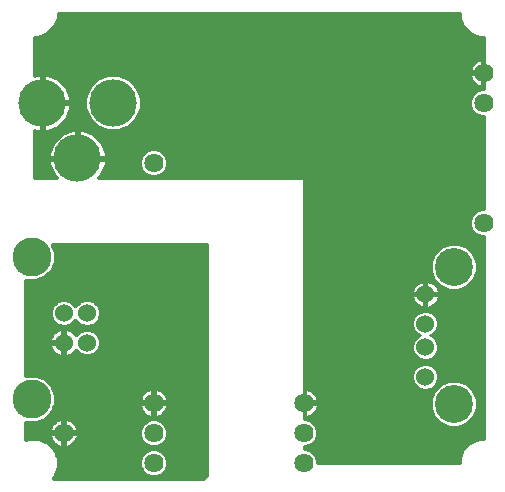
<source format=gbl>
G75*
G70*
%OFA0B0*%
%FSLAX24Y24*%
%IPPOS*%
%LPD*%
%AMOC8*
5,1,8,0,0,1.08239X$1,22.5*
%
%ADD10C,0.0600*%
%ADD11C,0.1300*%
%ADD12C,0.1266*%
%ADD13C,0.0640*%
%ADD14C,0.1580*%
%ADD15C,0.0100*%
%ADD16R,0.0436X0.0436*%
%ADD17C,0.0160*%
%ADD18C,0.0436*%
D10*
X005054Y005240D03*
X005834Y005240D03*
X005834Y006224D03*
X005054Y006224D03*
X017109Y005876D03*
X017109Y005088D03*
X017109Y004104D03*
X017109Y006860D03*
D11*
X003984Y008102D03*
X003984Y003362D03*
D12*
X018054Y003198D03*
X018054Y007765D03*
D13*
X019054Y009232D03*
X019054Y013232D03*
X019054Y014232D03*
X008054Y011232D03*
X008054Y003232D03*
X008054Y002232D03*
X008054Y001232D03*
X005054Y002232D03*
X013054Y002232D03*
X013054Y001232D03*
X013054Y003232D03*
D14*
X005516Y011381D03*
X004335Y013232D03*
X006698Y013232D03*
D15*
X007533Y012845D02*
X018811Y012845D01*
X018799Y012850D02*
X018964Y012782D01*
X019054Y012782D01*
X019054Y009682D01*
X018964Y009682D01*
X018799Y009613D01*
X018672Y009487D01*
X018604Y009321D01*
X018604Y009142D01*
X018672Y008977D01*
X018799Y008850D01*
X018964Y008782D01*
X019054Y008782D01*
X019054Y002032D01*
X018895Y002032D01*
X018601Y001910D01*
X018376Y001685D01*
X018254Y001391D01*
X018254Y001232D01*
X013504Y001232D01*
X013504Y001321D01*
X013435Y001487D01*
X013309Y001613D01*
X013143Y001682D01*
X013054Y001682D01*
X013054Y001782D01*
X013143Y001782D01*
X013309Y001850D01*
X013435Y001977D01*
X013504Y002142D01*
X013504Y002321D01*
X013435Y002487D01*
X013309Y002613D01*
X013143Y002682D01*
X013054Y002682D01*
X013054Y003182D01*
X013104Y003182D01*
X013104Y003282D01*
X013054Y003282D01*
X013054Y010732D01*
X006196Y010732D01*
X006313Y010849D01*
X006456Y011194D01*
X006456Y011331D01*
X005567Y011331D01*
X005567Y011431D01*
X006456Y011431D01*
X006456Y011568D01*
X006313Y011914D01*
X006049Y012178D01*
X005703Y012321D01*
X005566Y012321D01*
X005566Y011432D01*
X005466Y011432D01*
X005466Y012321D01*
X005329Y012321D01*
X004984Y012178D01*
X004720Y011914D01*
X004576Y011568D01*
X004576Y011431D01*
X005466Y011431D01*
X005466Y011331D01*
X004576Y011331D01*
X004576Y011194D01*
X004720Y010849D01*
X004837Y010732D01*
X004054Y010732D01*
X004054Y012331D01*
X004148Y012292D01*
X004285Y012292D01*
X004285Y013182D01*
X004385Y013182D01*
X004385Y012292D01*
X004522Y012292D01*
X004868Y012435D01*
X005132Y012699D01*
X005275Y013045D01*
X005275Y013182D01*
X004386Y013182D01*
X004386Y013282D01*
X005275Y013282D01*
X005275Y013419D01*
X005132Y013764D01*
X004868Y014029D01*
X004522Y014172D01*
X004385Y014172D01*
X004385Y013282D01*
X004285Y013282D01*
X004285Y014172D01*
X004148Y014172D01*
X004054Y014133D01*
X004054Y015432D01*
X004213Y015432D01*
X004507Y015554D01*
X004732Y015779D01*
X004854Y016073D01*
X004854Y016232D01*
X018254Y016232D01*
X018254Y016073D01*
X018376Y015779D01*
X018601Y015554D01*
X018895Y015432D01*
X019054Y015432D01*
X019054Y014282D01*
X019004Y014282D01*
X019004Y014702D01*
X018960Y014702D01*
X018788Y014630D01*
X018655Y014498D01*
X018584Y014325D01*
X018584Y014282D01*
X019004Y014282D01*
X019004Y014182D01*
X018584Y014182D01*
X018584Y014138D01*
X018655Y013966D01*
X018788Y013833D01*
X018960Y013762D01*
X019004Y013762D01*
X019004Y014182D01*
X019054Y014182D01*
X019054Y013682D01*
X018964Y013682D01*
X018799Y013613D01*
X018672Y013487D01*
X018604Y013321D01*
X018604Y013142D01*
X018672Y012977D01*
X018799Y012850D01*
X018705Y012944D02*
X007574Y012944D01*
X007615Y013042D02*
X018645Y013042D01*
X018604Y013141D02*
X007618Y013141D01*
X007618Y013049D02*
X007477Y012711D01*
X007219Y012452D01*
X006881Y012312D01*
X006515Y012312D01*
X006176Y012452D01*
X005918Y012711D01*
X005778Y013049D01*
X005778Y013415D01*
X005918Y013753D01*
X006176Y014012D01*
X006515Y014152D01*
X006881Y014152D01*
X007219Y014012D01*
X007477Y013753D01*
X007618Y013415D01*
X007618Y013049D01*
X007618Y013240D02*
X018604Y013240D01*
X018611Y013338D02*
X007618Y013338D01*
X007609Y013437D02*
X018652Y013437D01*
X018721Y013535D02*
X007568Y013535D01*
X007527Y013634D02*
X018848Y013634D01*
X018794Y013831D02*
X007400Y013831D01*
X007486Y013732D02*
X019054Y013732D01*
X019054Y013831D02*
X019004Y013831D01*
X019004Y013929D02*
X019054Y013929D01*
X019054Y014028D02*
X019004Y014028D01*
X019004Y014126D02*
X019054Y014126D01*
X019004Y014225D02*
X004054Y014225D01*
X004054Y014324D02*
X018584Y014324D01*
X018624Y014422D02*
X004054Y014422D01*
X004054Y014521D02*
X018678Y014521D01*
X018776Y014619D02*
X004054Y014619D01*
X004054Y014718D02*
X019054Y014718D01*
X019054Y014816D02*
X004054Y014816D01*
X004054Y014915D02*
X019054Y014915D01*
X019054Y015013D02*
X004054Y015013D01*
X004054Y015112D02*
X019054Y015112D01*
X019054Y015210D02*
X004054Y015210D01*
X004054Y015309D02*
X019054Y015309D01*
X019054Y015407D02*
X004054Y015407D01*
X004392Y015506D02*
X018715Y015506D01*
X018550Y015605D02*
X004558Y015605D01*
X004657Y015703D02*
X018451Y015703D01*
X018366Y015802D02*
X004742Y015802D01*
X004782Y015900D02*
X018325Y015900D01*
X018284Y015999D02*
X004823Y015999D01*
X004854Y016097D02*
X018254Y016097D01*
X018254Y016196D02*
X004854Y016196D01*
X004632Y014126D02*
X006453Y014126D01*
X006215Y014028D02*
X004869Y014028D01*
X004967Y013929D02*
X006094Y013929D01*
X005995Y013831D02*
X005066Y013831D01*
X005145Y013732D02*
X005909Y013732D01*
X005868Y013634D02*
X005186Y013634D01*
X005227Y013535D02*
X005827Y013535D01*
X005787Y013437D02*
X005268Y013437D01*
X005275Y013338D02*
X005778Y013338D01*
X005778Y013240D02*
X004386Y013240D01*
X004385Y013338D02*
X004285Y013338D01*
X004285Y013437D02*
X004385Y013437D01*
X004385Y013535D02*
X004285Y013535D01*
X004285Y013634D02*
X004385Y013634D01*
X004385Y013732D02*
X004285Y013732D01*
X004285Y013831D02*
X004385Y013831D01*
X004385Y013929D02*
X004285Y013929D01*
X004285Y014028D02*
X004385Y014028D01*
X004385Y014126D02*
X004285Y014126D01*
X004285Y013141D02*
X004385Y013141D01*
X004385Y013042D02*
X004285Y013042D01*
X004285Y012944D02*
X004385Y012944D01*
X004385Y012845D02*
X004285Y012845D01*
X004285Y012747D02*
X004385Y012747D01*
X004385Y012648D02*
X004285Y012648D01*
X004285Y012550D02*
X004385Y012550D01*
X004385Y012451D02*
X004285Y012451D01*
X004285Y012353D02*
X004385Y012353D01*
X004669Y012353D02*
X006416Y012353D01*
X006178Y012451D02*
X004884Y012451D01*
X004983Y012550D02*
X006079Y012550D01*
X005980Y012648D02*
X005081Y012648D01*
X005152Y012747D02*
X005903Y012747D01*
X005862Y012845D02*
X005193Y012845D01*
X005234Y012944D02*
X005821Y012944D01*
X005780Y013042D02*
X005274Y013042D01*
X005275Y013141D02*
X005778Y013141D01*
X005866Y012254D02*
X019054Y012254D01*
X019054Y012156D02*
X006072Y012156D01*
X006170Y012057D02*
X019054Y012057D01*
X019054Y011958D02*
X006269Y011958D01*
X006336Y011860D02*
X019054Y011860D01*
X019054Y011761D02*
X006376Y011761D01*
X006417Y011663D02*
X007919Y011663D01*
X007964Y011682D02*
X007799Y011613D01*
X007672Y011487D01*
X007604Y011321D01*
X007604Y011142D01*
X007672Y010977D01*
X007799Y010850D01*
X007964Y010782D01*
X008143Y010782D01*
X008309Y010850D01*
X008435Y010977D01*
X008504Y011142D01*
X008504Y011321D01*
X008435Y011487D01*
X008309Y011613D01*
X008143Y011682D01*
X007964Y011682D01*
X008189Y011663D02*
X019054Y011663D01*
X019054Y011564D02*
X008358Y011564D01*
X008444Y011466D02*
X019054Y011466D01*
X019054Y011367D02*
X008485Y011367D01*
X008504Y011269D02*
X019054Y011269D01*
X019054Y011170D02*
X008504Y011170D01*
X008475Y011072D02*
X019054Y011072D01*
X019054Y010973D02*
X008431Y010973D01*
X008333Y010874D02*
X019054Y010874D01*
X019054Y010776D02*
X006240Y010776D01*
X006324Y010874D02*
X007775Y010874D01*
X007676Y010973D02*
X006365Y010973D01*
X006406Y011072D02*
X007633Y011072D01*
X007604Y011170D02*
X006446Y011170D01*
X006456Y011269D02*
X007604Y011269D01*
X007623Y011367D02*
X005567Y011367D01*
X005566Y011466D02*
X005466Y011466D01*
X005466Y011564D02*
X005566Y011564D01*
X005566Y011663D02*
X005466Y011663D01*
X005466Y011761D02*
X005566Y011761D01*
X005566Y011860D02*
X005466Y011860D01*
X005466Y011958D02*
X005566Y011958D01*
X005566Y012057D02*
X005466Y012057D01*
X005466Y012156D02*
X005566Y012156D01*
X005566Y012254D02*
X005466Y012254D01*
X005167Y012254D02*
X004054Y012254D01*
X004054Y012156D02*
X004961Y012156D01*
X004863Y012057D02*
X004054Y012057D01*
X004054Y011958D02*
X004764Y011958D01*
X004697Y011860D02*
X004054Y011860D01*
X004054Y011761D02*
X004656Y011761D01*
X004616Y011663D02*
X004054Y011663D01*
X004054Y011564D02*
X004576Y011564D01*
X004576Y011466D02*
X004054Y011466D01*
X004054Y011367D02*
X005466Y011367D01*
X004627Y011072D02*
X004054Y011072D01*
X004054Y011170D02*
X004586Y011170D01*
X004576Y011269D02*
X004054Y011269D01*
X004054Y010973D02*
X004668Y010973D01*
X004709Y010874D02*
X004054Y010874D01*
X004054Y010776D02*
X004793Y010776D01*
X006456Y011466D02*
X007664Y011466D01*
X007750Y011564D02*
X006456Y011564D01*
X006979Y012353D02*
X019054Y012353D01*
X019054Y012451D02*
X007217Y012451D01*
X007317Y012550D02*
X019054Y012550D01*
X019054Y012648D02*
X007415Y012648D01*
X007492Y012747D02*
X019054Y012747D01*
X018692Y013929D02*
X007301Y013929D01*
X007180Y014028D02*
X018630Y014028D01*
X018589Y014126D02*
X006942Y014126D01*
X013054Y010677D02*
X019054Y010677D01*
X019054Y010579D02*
X013054Y010579D01*
X013054Y010480D02*
X019054Y010480D01*
X019054Y010382D02*
X013054Y010382D01*
X013054Y010283D02*
X019054Y010283D01*
X019054Y010185D02*
X013054Y010185D01*
X013054Y010086D02*
X019054Y010086D01*
X019054Y009988D02*
X013054Y009988D01*
X013054Y009889D02*
X019054Y009889D01*
X019054Y009791D02*
X013054Y009791D01*
X013054Y009692D02*
X019054Y009692D01*
X018779Y009593D02*
X013054Y009593D01*
X013054Y009495D02*
X018681Y009495D01*
X018635Y009396D02*
X013054Y009396D01*
X013054Y009298D02*
X018604Y009298D01*
X018604Y009199D02*
X013054Y009199D01*
X013054Y009101D02*
X018621Y009101D01*
X018662Y009002D02*
X013054Y009002D01*
X013054Y008904D02*
X018746Y008904D01*
X018908Y008805D02*
X013054Y008805D01*
X013054Y008707D02*
X019054Y008707D01*
X019054Y008608D02*
X013054Y008608D01*
X013054Y008509D02*
X017857Y008509D01*
X017902Y008528D02*
X017622Y008412D01*
X017407Y008197D01*
X017291Y007917D01*
X017291Y007613D01*
X017407Y007333D01*
X017622Y007118D01*
X017902Y007002D01*
X018206Y007002D01*
X018486Y007118D01*
X018701Y007333D01*
X018817Y007613D01*
X018817Y007917D01*
X018701Y008197D01*
X018486Y008412D01*
X018206Y008528D01*
X017902Y008528D01*
X017620Y008411D02*
X013054Y008411D01*
X013054Y008312D02*
X017522Y008312D01*
X017423Y008214D02*
X013054Y008214D01*
X013054Y008115D02*
X017373Y008115D01*
X017332Y008017D02*
X013054Y008017D01*
X013054Y007918D02*
X017291Y007918D01*
X017291Y007820D02*
X013054Y007820D01*
X013054Y007721D02*
X017291Y007721D01*
X017291Y007623D02*
X013054Y007623D01*
X013054Y007524D02*
X017328Y007524D01*
X017369Y007425D02*
X013054Y007425D01*
X013054Y007327D02*
X017413Y007327D01*
X017364Y007241D02*
X017490Y007115D01*
X017559Y006949D01*
X017559Y006900D01*
X017149Y006900D01*
X017069Y006900D01*
X017069Y007310D01*
X017019Y007310D01*
X016854Y007241D01*
X016727Y007115D01*
X016659Y006949D01*
X016659Y006900D01*
X017069Y006900D01*
X017069Y006820D01*
X016659Y006820D01*
X016659Y006770D01*
X016727Y006605D01*
X016854Y006478D01*
X017019Y006410D01*
X017069Y006410D01*
X017069Y006819D01*
X017149Y006819D01*
X017149Y006410D01*
X017198Y006410D01*
X017364Y006478D01*
X017490Y006605D01*
X017559Y006770D01*
X017559Y006820D01*
X017149Y006820D01*
X017149Y006900D01*
X017149Y007310D01*
X017198Y007310D01*
X017364Y007241D01*
X017377Y007228D02*
X017512Y007228D01*
X017475Y007130D02*
X017610Y007130D01*
X017525Y007031D02*
X017832Y007031D01*
X017559Y006933D02*
X019054Y006933D01*
X019054Y007031D02*
X018276Y007031D01*
X018498Y007130D02*
X019054Y007130D01*
X019054Y007228D02*
X018596Y007228D01*
X018695Y007327D02*
X019054Y007327D01*
X019054Y007425D02*
X018739Y007425D01*
X018780Y007524D02*
X019054Y007524D01*
X019054Y007623D02*
X018817Y007623D01*
X018817Y007721D02*
X019054Y007721D01*
X019054Y007820D02*
X018817Y007820D01*
X018816Y007918D02*
X019054Y007918D01*
X019054Y008017D02*
X018776Y008017D01*
X018735Y008115D02*
X019054Y008115D01*
X019054Y008214D02*
X018684Y008214D01*
X018586Y008312D02*
X019054Y008312D01*
X019054Y008411D02*
X018487Y008411D01*
X018251Y008509D02*
X019054Y008509D01*
X017149Y007228D02*
X017069Y007228D01*
X017069Y007130D02*
X017149Y007130D01*
X017149Y007031D02*
X017069Y007031D01*
X017069Y006933D02*
X017149Y006933D01*
X017149Y006834D02*
X019054Y006834D01*
X019054Y006736D02*
X017545Y006736D01*
X017504Y006637D02*
X019054Y006637D01*
X019054Y006539D02*
X017424Y006539D01*
X017272Y006440D02*
X019054Y006440D01*
X019054Y006341D02*
X013054Y006341D01*
X013054Y006243D02*
X016873Y006243D01*
X016865Y006240D02*
X016744Y006119D01*
X016679Y005961D01*
X016679Y005790D01*
X016744Y005632D01*
X016865Y005511D01*
X016936Y005482D01*
X016865Y005453D01*
X016744Y005332D01*
X016679Y005174D01*
X016679Y005003D01*
X016744Y004845D01*
X016865Y004724D01*
X017023Y004658D01*
X017194Y004658D01*
X017353Y004724D01*
X017473Y004845D01*
X017539Y005003D01*
X017539Y005174D01*
X017473Y005332D01*
X017353Y005453D01*
X017282Y005482D01*
X017353Y005511D01*
X017473Y005632D01*
X017539Y005790D01*
X017539Y005961D01*
X017473Y006119D01*
X017353Y006240D01*
X017194Y006305D01*
X017023Y006305D01*
X016865Y006240D01*
X016770Y006144D02*
X013054Y006144D01*
X013054Y006046D02*
X016714Y006046D01*
X016679Y005947D02*
X013054Y005947D01*
X013054Y005849D02*
X016679Y005849D01*
X016695Y005750D02*
X013054Y005750D01*
X013054Y005652D02*
X016736Y005652D01*
X016823Y005553D02*
X013054Y005553D01*
X013054Y005455D02*
X016870Y005455D01*
X016769Y005356D02*
X013054Y005356D01*
X013054Y005258D02*
X016714Y005258D01*
X016679Y005159D02*
X013054Y005159D01*
X013054Y005060D02*
X016679Y005060D01*
X016696Y004962D02*
X013054Y004962D01*
X013054Y004863D02*
X016737Y004863D01*
X016824Y004765D02*
X013054Y004765D01*
X013054Y004666D02*
X017004Y004666D01*
X017023Y004534D02*
X016865Y004468D01*
X016744Y004347D01*
X016679Y004189D01*
X016679Y004018D01*
X016744Y003860D01*
X016865Y003739D01*
X017023Y003674D01*
X017194Y003674D01*
X017353Y003739D01*
X017473Y003860D01*
X017539Y004018D01*
X017539Y004189D01*
X017473Y004347D01*
X017353Y004468D01*
X017194Y004534D01*
X017023Y004534D01*
X016867Y004469D02*
X013054Y004469D01*
X013054Y004371D02*
X016768Y004371D01*
X016713Y004272D02*
X013054Y004272D01*
X013054Y004174D02*
X016679Y004174D01*
X016679Y004075D02*
X013054Y004075D01*
X013054Y003976D02*
X016696Y003976D01*
X016737Y003878D02*
X013054Y003878D01*
X013054Y003779D02*
X016825Y003779D01*
X017007Y003681D02*
X013198Y003681D01*
X013147Y003702D02*
X013104Y003702D01*
X013104Y003282D01*
X013524Y003282D01*
X013524Y003325D01*
X013452Y003498D01*
X013320Y003630D01*
X013147Y003702D01*
X013104Y003681D02*
X013054Y003681D01*
X013054Y003582D02*
X013104Y003582D01*
X013104Y003484D02*
X013054Y003484D01*
X013054Y003385D02*
X013104Y003385D01*
X013104Y003287D02*
X013054Y003287D01*
X013104Y003188D02*
X017291Y003188D01*
X017291Y003090D02*
X013504Y003090D01*
X013524Y003138D02*
X013524Y003182D01*
X013104Y003182D01*
X013104Y002762D01*
X013147Y002762D01*
X013320Y002833D01*
X013452Y002966D01*
X013524Y003138D01*
X013524Y003287D02*
X017291Y003287D01*
X017291Y003350D02*
X017291Y003047D01*
X017407Y002766D01*
X017622Y002551D01*
X017902Y002435D01*
X018206Y002435D01*
X018486Y002551D01*
X018701Y002766D01*
X018817Y003047D01*
X018817Y003350D01*
X018701Y003631D01*
X018486Y003845D01*
X018206Y003961D01*
X017902Y003961D01*
X017622Y003845D01*
X017407Y003631D01*
X017291Y003350D01*
X017305Y003385D02*
X013499Y003385D01*
X013458Y003484D02*
X017346Y003484D01*
X017387Y003582D02*
X013368Y003582D01*
X013104Y003090D02*
X013054Y003090D01*
X013054Y002991D02*
X013104Y002991D01*
X013104Y002892D02*
X013054Y002892D01*
X013054Y002794D02*
X013104Y002794D01*
X013054Y002695D02*
X017478Y002695D01*
X017395Y002794D02*
X013225Y002794D01*
X013379Y002892D02*
X017355Y002892D01*
X017314Y002991D02*
X013463Y002991D01*
X013325Y002597D02*
X017576Y002597D01*
X017750Y002498D02*
X013424Y002498D01*
X013471Y002400D02*
X019054Y002400D01*
X019054Y002498D02*
X018358Y002498D01*
X018531Y002597D02*
X019054Y002597D01*
X019054Y002695D02*
X018630Y002695D01*
X018712Y002794D02*
X019054Y002794D01*
X019054Y002892D02*
X018753Y002892D01*
X018794Y002991D02*
X019054Y002991D01*
X019054Y003090D02*
X018817Y003090D01*
X018817Y003188D02*
X019054Y003188D01*
X019054Y003287D02*
X018817Y003287D01*
X018802Y003385D02*
X019054Y003385D01*
X019054Y003484D02*
X018762Y003484D01*
X018721Y003582D02*
X019054Y003582D01*
X019054Y003681D02*
X018650Y003681D01*
X018552Y003779D02*
X019054Y003779D01*
X019054Y003878D02*
X018407Y003878D01*
X017701Y003878D02*
X017481Y003878D01*
X017522Y003976D02*
X019054Y003976D01*
X019054Y004075D02*
X017539Y004075D01*
X017539Y004174D02*
X019054Y004174D01*
X019054Y004272D02*
X017505Y004272D01*
X017450Y004371D02*
X019054Y004371D01*
X019054Y004469D02*
X017351Y004469D01*
X017214Y004666D02*
X019054Y004666D01*
X019054Y004568D02*
X013054Y004568D01*
X013054Y006440D02*
X016946Y006440D01*
X017069Y006440D02*
X017149Y006440D01*
X017149Y006539D02*
X017069Y006539D01*
X017069Y006637D02*
X017149Y006637D01*
X017149Y006736D02*
X017069Y006736D01*
X017069Y006834D02*
X013054Y006834D01*
X013054Y006736D02*
X016673Y006736D01*
X016714Y006637D02*
X013054Y006637D01*
X013054Y006539D02*
X016794Y006539D01*
X016659Y006933D02*
X013054Y006933D01*
X013054Y007031D02*
X016693Y007031D01*
X016743Y007130D02*
X013054Y007130D01*
X013054Y007228D02*
X016841Y007228D01*
X017345Y006243D02*
X019054Y006243D01*
X019054Y006144D02*
X017448Y006144D01*
X017504Y006046D02*
X019054Y006046D01*
X019054Y005947D02*
X017539Y005947D01*
X017539Y005849D02*
X019054Y005849D01*
X019054Y005750D02*
X017522Y005750D01*
X017482Y005652D02*
X019054Y005652D01*
X019054Y005553D02*
X017395Y005553D01*
X017348Y005455D02*
X019054Y005455D01*
X019054Y005356D02*
X017449Y005356D01*
X017504Y005258D02*
X019054Y005258D01*
X019054Y005159D02*
X017539Y005159D01*
X017539Y005060D02*
X019054Y005060D01*
X019054Y004962D02*
X017522Y004962D01*
X017481Y004863D02*
X019054Y004863D01*
X019054Y004765D02*
X017394Y004765D01*
X017393Y003779D02*
X017556Y003779D01*
X017457Y003681D02*
X017211Y003681D01*
X019054Y002301D02*
X013504Y002301D01*
X013504Y002203D02*
X019054Y002203D01*
X019054Y002104D02*
X013488Y002104D01*
X013447Y002006D02*
X018831Y002006D01*
X018598Y001907D02*
X013365Y001907D01*
X013208Y001809D02*
X018499Y001809D01*
X018401Y001710D02*
X013054Y001710D01*
X013311Y001611D02*
X018345Y001611D01*
X018304Y001513D02*
X013409Y001513D01*
X013465Y001414D02*
X018264Y001414D01*
X018254Y001316D02*
X013504Y001316D01*
X019004Y014324D02*
X019054Y014324D01*
X019054Y014422D02*
X019004Y014422D01*
X019004Y014521D02*
X019054Y014521D01*
X019054Y014619D02*
X019004Y014619D01*
D16*
X018054Y011232D03*
X014054Y013482D03*
X009304Y012482D03*
X007554Y015232D03*
D17*
X003804Y002560D02*
X003804Y002027D01*
X003889Y002062D01*
X004219Y002062D01*
X004524Y001935D01*
X004757Y001702D01*
X004884Y001397D01*
X004884Y001067D01*
X004757Y000762D01*
X004728Y000732D01*
X009704Y000732D01*
X009804Y000832D01*
X009804Y008482D01*
X004703Y008482D01*
X004794Y008263D01*
X004794Y007941D01*
X004671Y007643D01*
X004443Y007415D01*
X004145Y007292D01*
X003823Y007292D01*
X003804Y007300D01*
X003804Y004164D01*
X003823Y004172D01*
X004145Y004172D01*
X004443Y004048D01*
X004671Y003821D01*
X004794Y003523D01*
X004794Y003201D01*
X004671Y002903D01*
X004443Y002675D01*
X004145Y002552D01*
X003823Y002552D01*
X003804Y002560D01*
X003804Y002451D02*
X004604Y002451D01*
X004630Y002515D02*
X004554Y002331D01*
X004554Y002252D01*
X005034Y002252D01*
X005034Y002732D01*
X004954Y002732D01*
X004771Y002656D01*
X004630Y002515D01*
X004725Y002610D02*
X004285Y002610D01*
X004536Y002769D02*
X007866Y002769D01*
X007954Y002732D02*
X008034Y002732D01*
X008034Y003212D01*
X008074Y003212D01*
X008074Y003252D01*
X008034Y003252D01*
X008034Y003732D01*
X007954Y003732D01*
X007771Y003656D01*
X007630Y003515D01*
X007554Y003331D01*
X007554Y003252D01*
X008034Y003252D01*
X008034Y003212D01*
X007554Y003212D01*
X007554Y003132D01*
X007630Y002949D01*
X007771Y002808D01*
X007954Y002732D01*
X007958Y002712D02*
X007782Y002639D01*
X007647Y002504D01*
X007574Y002327D01*
X007574Y002136D01*
X007647Y001960D01*
X007782Y001825D01*
X007958Y001752D01*
X008149Y001752D01*
X008326Y001825D01*
X008461Y001960D01*
X008534Y002136D01*
X008534Y002327D01*
X008461Y002504D01*
X008326Y002639D01*
X008149Y002712D01*
X007958Y002712D01*
X008034Y002769D02*
X008074Y002769D01*
X008074Y002732D02*
X008153Y002732D01*
X008337Y002808D01*
X008478Y002949D01*
X008554Y003132D01*
X008554Y003212D01*
X008074Y003212D01*
X008074Y002732D01*
X008242Y002769D02*
X009804Y002769D01*
X009804Y002927D02*
X008456Y002927D01*
X008534Y003086D02*
X009804Y003086D01*
X009804Y003244D02*
X008074Y003244D01*
X008074Y003252D02*
X008554Y003252D01*
X008554Y003331D01*
X008478Y003515D01*
X008337Y003656D01*
X008153Y003732D01*
X008074Y003732D01*
X008074Y003252D01*
X008034Y003244D02*
X004794Y003244D01*
X004794Y003403D02*
X007583Y003403D01*
X007676Y003561D02*
X004778Y003561D01*
X004712Y003720D02*
X007925Y003720D01*
X008034Y003720D02*
X008074Y003720D01*
X008182Y003720D02*
X009804Y003720D01*
X009804Y003878D02*
X004613Y003878D01*
X004454Y004037D02*
X009804Y004037D01*
X009804Y004195D02*
X003804Y004195D01*
X003804Y004354D02*
X009804Y004354D01*
X009804Y004512D02*
X003804Y004512D01*
X003804Y004671D02*
X009804Y004671D01*
X009804Y004830D02*
X006046Y004830D01*
X006094Y004850D02*
X005925Y004780D01*
X005742Y004780D01*
X005573Y004850D01*
X005458Y004965D01*
X005326Y004833D01*
X005149Y004760D01*
X005064Y004760D01*
X005064Y005229D01*
X005044Y005229D01*
X005044Y004760D01*
X004958Y004760D01*
X004782Y004833D01*
X004647Y004968D01*
X004574Y005144D01*
X004574Y005230D01*
X005044Y005230D01*
X005044Y005250D01*
X005044Y005720D01*
X004958Y005720D01*
X004782Y005647D01*
X004647Y005512D01*
X004574Y005335D01*
X004574Y005250D01*
X005044Y005250D01*
X005064Y005250D01*
X005064Y005720D01*
X005149Y005720D01*
X005326Y005647D01*
X005458Y005514D01*
X005573Y005630D01*
X005742Y005700D01*
X005925Y005700D01*
X006094Y005630D01*
X006224Y005500D01*
X006294Y005331D01*
X006294Y005148D01*
X006224Y004979D01*
X006094Y004850D01*
X006227Y004988D02*
X009804Y004988D01*
X009804Y005147D02*
X006293Y005147D01*
X006294Y005305D02*
X009804Y005305D01*
X009804Y005464D02*
X006239Y005464D01*
X006102Y005622D02*
X009804Y005622D01*
X009804Y005781D02*
X005966Y005781D01*
X005925Y005764D02*
X006094Y005834D01*
X006224Y005963D01*
X006294Y006132D01*
X006294Y006315D01*
X006224Y006484D01*
X006094Y006614D01*
X005925Y006684D01*
X005742Y006684D01*
X005573Y006614D01*
X005444Y006484D01*
X005444Y006484D01*
X005444Y006484D01*
X005314Y006614D01*
X005145Y006684D01*
X004962Y006684D01*
X004793Y006614D01*
X004664Y006484D01*
X004594Y006315D01*
X004594Y006132D01*
X004664Y005963D01*
X004793Y005834D01*
X004962Y005764D01*
X005145Y005764D01*
X005314Y005834D01*
X005444Y005963D01*
X005573Y005834D01*
X005742Y005764D01*
X005925Y005764D01*
X005702Y005781D02*
X005186Y005781D01*
X005064Y005622D02*
X005044Y005622D01*
X005044Y005464D02*
X005064Y005464D01*
X005064Y005305D02*
X005044Y005305D01*
X005044Y005147D02*
X005064Y005147D01*
X005064Y004988D02*
X005044Y004988D01*
X005044Y004830D02*
X005064Y004830D01*
X005318Y004830D02*
X005622Y004830D01*
X004790Y004830D02*
X003804Y004830D01*
X003804Y004988D02*
X004638Y004988D01*
X004574Y005147D02*
X003804Y005147D01*
X003804Y005305D02*
X004574Y005305D01*
X004627Y005464D02*
X003804Y005464D01*
X003804Y005622D02*
X004758Y005622D01*
X004922Y005781D02*
X003804Y005781D01*
X003804Y005939D02*
X004688Y005939D01*
X004608Y006098D02*
X003804Y006098D01*
X003804Y006256D02*
X004594Y006256D01*
X004635Y006415D02*
X003804Y006415D01*
X003804Y006574D02*
X004753Y006574D01*
X005355Y006574D02*
X005533Y006574D01*
X006135Y006574D02*
X009804Y006574D01*
X009804Y006732D02*
X003804Y006732D01*
X003804Y006891D02*
X009804Y006891D01*
X009804Y007049D02*
X003804Y007049D01*
X003804Y007208D02*
X009804Y007208D01*
X009804Y007366D02*
X004325Y007366D01*
X004552Y007525D02*
X009804Y007525D01*
X009804Y007683D02*
X004687Y007683D01*
X004753Y007842D02*
X009804Y007842D01*
X009804Y008000D02*
X004794Y008000D01*
X004794Y008159D02*
X009804Y008159D01*
X009804Y008318D02*
X004771Y008318D01*
X004706Y008476D02*
X009804Y008476D01*
X009804Y006415D02*
X006253Y006415D01*
X006294Y006256D02*
X009804Y006256D01*
X009804Y006098D02*
X006280Y006098D01*
X006200Y005939D02*
X009804Y005939D01*
X009804Y003561D02*
X008431Y003561D01*
X008524Y003403D02*
X009804Y003403D01*
X009804Y002610D02*
X008354Y002610D01*
X008482Y002451D02*
X009804Y002451D01*
X009804Y002293D02*
X008534Y002293D01*
X008533Y002134D02*
X009804Y002134D01*
X009804Y001976D02*
X008467Y001976D01*
X008307Y001817D02*
X009804Y001817D01*
X009804Y001659D02*
X008277Y001659D01*
X008326Y001639D02*
X008149Y001712D01*
X007958Y001712D01*
X007782Y001639D01*
X007647Y001504D01*
X007574Y001327D01*
X007574Y001136D01*
X007647Y000960D01*
X007782Y000825D01*
X007958Y000752D01*
X008149Y000752D01*
X008326Y000825D01*
X008461Y000960D01*
X008534Y001136D01*
X008534Y001327D01*
X008461Y001504D01*
X008326Y001639D01*
X008462Y001500D02*
X009804Y001500D01*
X009804Y001342D02*
X008528Y001342D01*
X008534Y001183D02*
X009804Y001183D01*
X009804Y001025D02*
X008488Y001025D01*
X008367Y000866D02*
X009804Y000866D01*
X007830Y001659D02*
X004775Y001659D01*
X004771Y001808D02*
X004954Y001732D01*
X005034Y001732D01*
X005034Y002212D01*
X004554Y002212D01*
X004554Y002132D01*
X004630Y001949D01*
X004771Y001808D01*
X004761Y001817D02*
X004642Y001817D01*
X004619Y001976D02*
X004427Y001976D01*
X004554Y002134D02*
X003804Y002134D01*
X003804Y002293D02*
X004554Y002293D01*
X005034Y002293D02*
X005074Y002293D01*
X005074Y002252D02*
X005034Y002252D01*
X005034Y002212D01*
X005074Y002212D01*
X005074Y002252D01*
X005074Y002732D01*
X005153Y002732D01*
X005337Y002656D01*
X005478Y002515D01*
X005554Y002331D01*
X005554Y002252D01*
X005074Y002252D01*
X005074Y002212D02*
X005554Y002212D01*
X005554Y002132D01*
X005478Y001949D01*
X005337Y001808D01*
X005153Y001732D01*
X005074Y001732D01*
X005074Y002212D01*
X005074Y002134D02*
X005034Y002134D01*
X005034Y001976D02*
X005074Y001976D01*
X005074Y001817D02*
X005034Y001817D01*
X005346Y001817D02*
X007800Y001817D01*
X007640Y001976D02*
X005489Y001976D01*
X005554Y002134D02*
X007575Y002134D01*
X007574Y002293D02*
X005554Y002293D01*
X005504Y002451D02*
X007625Y002451D01*
X007753Y002610D02*
X005383Y002610D01*
X005074Y002610D02*
X005034Y002610D01*
X005034Y002451D02*
X005074Y002451D01*
X004680Y002927D02*
X007651Y002927D01*
X007573Y003086D02*
X004746Y003086D01*
X004841Y001500D02*
X007645Y001500D01*
X007580Y001342D02*
X004884Y001342D01*
X004884Y001183D02*
X007574Y001183D01*
X007620Y001025D02*
X004866Y001025D01*
X004801Y000866D02*
X007741Y000866D01*
X008034Y002927D02*
X008074Y002927D01*
X008074Y003086D02*
X008034Y003086D01*
X008034Y003403D02*
X008074Y003403D01*
X008074Y003561D02*
X008034Y003561D01*
X005566Y005622D02*
X005350Y005622D01*
X005420Y005939D02*
X005468Y005939D01*
X005444Y005963D02*
X005444Y005964D01*
X005444Y005963D01*
D18*
X006679Y006982D03*
X006679Y008232D03*
X009054Y007982D03*
X009054Y004982D03*
M02*

</source>
